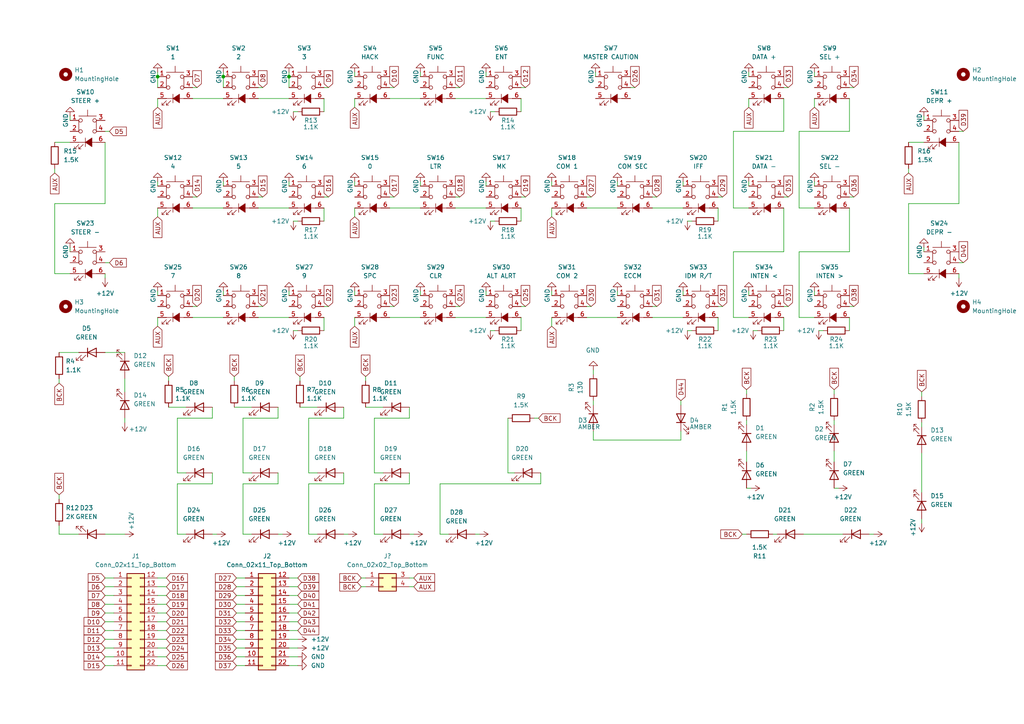
<source format=kicad_sch>
(kicad_sch (version 20211123) (generator eeschema)
  (paper "A4")
  (junction (at 45.72 22.225))
  (junction (at 64.77 22.225))
  (junction (at 83.82 22.225))
  (wire (pts (xy 55.88 25.4) (xy 57.15 25.4)))
  (wire (pts (xy 267.335 151.765) (xy 267.335 150.495)))
  (wire (pts (xy 111.125 154.94) (xy 108.585 154.94)))
  (wire (pts (xy 227.33 25.4) (xy 228.6 25.4)))
  (wire (pts (xy 48.26 187.96) (xy 45.72 187.96)))
  (wire (pts (xy 68.58 180.34) (xy 71.12 180.34)))
  (wire (pts (xy 68.58 185.42) (xy 71.12 185.42)))
  (wire (pts (xy 227.33 73.025) (xy 227.33 60.325)))
  (wire (pts (xy 73.025 154.94) (xy 70.485 154.94)))
  (wire (pts (xy 132.08 92.075) (xy 140.97 92.075)))
  (wire (pts (xy 236.22 60.325) (xy 231.775 60.325)))
  (wire (pts (xy 267.335 131.445) (xy 267.335 142.875)))
  (wire (pts (xy 74.93 92.075) (xy 83.82 92.075)))
  (wire (pts (xy 99.695 140.335) (xy 99.695 137.16)))
  (wire (pts (xy 216.535 130.81) (xy 216.535 133.985)))
  (wire (pts (xy 74.93 57.15) (xy 76.2 57.15)))
  (wire (pts (xy 113.03 57.15) (xy 114.3 57.15)))
  (wire (pts (xy 170.18 60.325) (xy 179.07 60.325)))
  (wire (pts (xy 217.17 84.455) (xy 217.17 85.725)))
  (wire (pts (xy 120.015 170.18) (xy 118.745 170.18)))
  (wire (pts (xy 86.36 177.8) (xy 83.82 177.8)))
  (wire (pts (xy 51.435 121.285) (xy 61.595 121.285)))
  (wire (pts (xy 48.26 175.26) (xy 45.72 175.26)))
  (wire (pts (xy 267.97 33.655) (xy 267.97 34.925)))
  (wire (pts (xy 86.995 109.22) (xy 86.995 110.49)))
  (wire (pts (xy 208.28 92.075) (xy 208.28 95.885)))
  (wire (pts (xy 246.38 57.15) (xy 247.65 57.15)))
  (wire (pts (xy 231.775 38.1) (xy 246.38 38.1)))
  (wire (pts (xy 20.32 71.755) (xy 20.32 73.025)))
  (wire (pts (xy 64.77 22.225) (xy 64.77 25.4)))
  (wire (pts (xy 189.23 92.075) (xy 198.12 92.075)))
  (wire (pts (xy 83.82 84.455) (xy 83.82 85.725)))
  (wire (pts (xy 208.28 60.325) (xy 208.28 64.135)))
  (wire (pts (xy 48.895 118.11) (xy 53.975 118.11)))
  (wire (pts (xy 263.525 79.375) (xy 267.97 79.375)))
  (wire (pts (xy 263.525 59.055) (xy 263.525 79.375)))
  (wire (pts (xy 227.33 92.075) (xy 227.33 95.885)))
  (wire (pts (xy 233.045 154.94) (xy 244.475 154.94)))
  (wire (pts (xy 30.48 190.5) (xy 33.02 190.5)))
  (wire (pts (xy 212.725 92.075) (xy 212.725 73.025)))
  (wire (pts (xy 216.535 113.03) (xy 216.535 114.3)))
  (wire (pts (xy 151.13 92.075) (xy 151.13 95.885)))
  (wire (pts (xy 212.725 60.325) (xy 212.725 38.1)))
  (wire (pts (xy 89.535 140.335) (xy 99.695 140.335)))
  (wire (pts (xy 217.17 92.075) (xy 212.725 92.075)))
  (wire (pts (xy 36.195 102.235) (xy 30.48 102.235)))
  (wire (pts (xy 70.485 121.285) (xy 70.485 137.16)))
  (wire (pts (xy 179.07 84.455) (xy 179.07 85.725)))
  (wire (pts (xy 102.87 84.455) (xy 102.87 85.725)))
  (wire (pts (xy 83.82 22.225) (xy 83.82 25.4)))
  (wire (pts (xy 147.32 121.285) (xy 147.32 137.16)))
  (wire (pts (xy 89.535 121.285) (xy 99.695 121.285)))
  (wire (pts (xy 199.39 95.885) (xy 200.66 95.885)))
  (wire (pts (xy 68.58 193.04) (xy 71.12 193.04)))
  (wire (pts (xy 51.435 140.335) (xy 61.595 140.335)))
  (wire (pts (xy 68.58 190.5) (xy 71.12 190.5)))
  (wire (pts (xy 85.09 95.885) (xy 86.36 95.885)))
  (wire (pts (xy 278.13 76.2) (xy 279.4 76.2)))
  (wire (pts (xy 189.23 88.9) (xy 190.5 88.9)))
  (wire (pts (xy 108.585 154.94) (xy 108.585 140.335)))
  (wire (pts (xy 197.485 125.095) (xy 197.485 127.635)))
  (wire (pts (xy 64.77 52.705) (xy 64.77 53.975)))
  (wire (pts (xy 118.745 140.335) (xy 118.745 137.16)))
  (wire (pts (xy 48.26 182.88) (xy 45.72 182.88)))
  (wire (pts (xy 62.865 154.94) (xy 61.595 154.94)))
  (wire (pts (xy 267.97 71.755) (xy 267.97 73.025)))
  (wire (pts (xy 104.775 167.64) (xy 106.045 167.64)))
  (wire (pts (xy 70.485 154.94) (xy 70.485 140.335)))
  (wire (pts (xy 93.98 60.325) (xy 93.98 64.135)))
  (wire (pts (xy 113.03 28.575) (xy 121.92 28.575)))
  (wire (pts (xy 236.22 28.575) (xy 236.22 31.115)))
  (wire (pts (xy 108.585 121.285) (xy 118.745 121.285)))
  (wire (pts (xy 30.48 154.94) (xy 36.195 154.94)))
  (wire (pts (xy 17.145 102.235) (xy 22.86 102.235)))
  (wire (pts (xy 151.13 60.325) (xy 151.13 64.135)))
  (wire (pts (xy 253.365 154.94) (xy 252.095 154.94)))
  (wire (pts (xy 45.72 28.575) (xy 45.72 31.115)))
  (wire (pts (xy 218.44 95.885) (xy 219.71 95.885)))
  (wire (pts (xy 130.175 154.94) (xy 127.635 154.94)))
  (wire (pts (xy 208.28 88.9) (xy 209.55 88.9)))
  (wire (pts (xy 48.26 177.8) (xy 45.72 177.8)))
  (wire (pts (xy 73.025 137.16) (xy 70.485 137.16)))
  (wire (pts (xy 48.26 170.18) (xy 45.72 170.18)))
  (wire (pts (xy 246.38 38.1) (xy 246.38 28.575)))
  (wire (pts (xy 151.13 88.9) (xy 152.4 88.9)))
  (wire (pts (xy 179.07 52.705) (xy 179.07 53.975)))
  (wire (pts (xy 45.72 92.075) (xy 45.72 94.615)))
  (wire (pts (xy 89.535 121.285) (xy 89.535 137.16)))
  (wire (pts (xy 151.13 28.575) (xy 151.13 32.385)))
  (wire (pts (xy 246.38 73.025) (xy 246.38 60.325)))
  (wire (pts (xy 20.32 33.655) (xy 20.32 34.925)))
  (wire (pts (xy 45.72 52.705) (xy 45.72 53.975)))
  (wire (pts (xy 170.18 57.15) (xy 171.45 57.15)))
  (wire (pts (xy 241.935 130.81) (xy 241.935 133.985)))
  (wire (pts (xy 278.13 41.275) (xy 278.13 59.055)))
  (wire (pts (xy 278.13 80.645) (xy 278.13 79.375)))
  (wire (pts (xy 156.845 140.335) (xy 156.845 137.16)))
  (wire (pts (xy 149.225 137.16) (xy 147.32 137.16)))
  (wire (pts (xy 102.87 60.325) (xy 102.87 62.865)))
  (wire (pts (xy 70.485 140.335) (xy 80.645 140.335)))
  (wire (pts (xy 86.36 180.34) (xy 83.82 180.34)))
  (wire (pts (xy 83.82 52.705) (xy 83.82 53.975)))
  (wire (pts (xy 55.88 92.075) (xy 64.77 92.075)))
  (wire (pts (xy 102.87 92.075) (xy 102.87 94.615)))
  (wire (pts (xy 231.775 73.025) (xy 246.38 73.025)))
  (wire (pts (xy 74.93 88.9) (xy 76.2 88.9)))
  (wire (pts (xy 51.435 154.94) (xy 51.435 140.335)))
  (wire (pts (xy 151.13 57.15) (xy 152.4 57.15)))
  (wire (pts (xy 102.87 20.955) (xy 102.87 22.225)))
  (wire (pts (xy 278.13 38.1) (xy 279.4 38.1)))
  (wire (pts (xy 45.72 20.955) (xy 45.72 22.225)))
  (wire (pts (xy 170.18 92.075) (xy 179.07 92.075)))
  (wire (pts (xy 106.045 109.22) (xy 106.045 110.49)))
  (wire (pts (xy 170.18 88.9) (xy 171.45 88.9)))
  (wire (pts (xy 17.145 111.125) (xy 17.145 109.855)))
  (wire (pts (xy 236.22 84.455) (xy 236.22 85.725)))
  (wire (pts (xy 263.525 50.165) (xy 263.525 48.895)))
  (wire (pts (xy 127.635 154.94) (xy 127.635 140.335)))
  (wire (pts (xy 81.915 154.94) (xy 80.645 154.94)))
  (wire (pts (xy 231.775 60.325) (xy 231.775 38.1)))
  (wire (pts (xy 132.08 60.325) (xy 140.97 60.325)))
  (wire (pts (xy 121.92 84.455) (xy 121.92 85.725)))
  (wire (pts (xy 30.48 172.72) (xy 33.02 172.72)))
  (wire (pts (xy 217.805 141.605) (xy 216.535 141.605)))
  (wire (pts (xy 15.875 41.275) (xy 20.32 41.275)))
  (wire (pts (xy 151.13 25.4) (xy 152.4 25.4)))
  (wire (pts (xy 61.595 121.285) (xy 61.595 118.11)))
  (wire (pts (xy 212.725 38.1) (xy 227.33 38.1)))
  (wire (pts (xy 172.085 107.315) (xy 172.085 108.585)))
  (wire (pts (xy 30.48 59.055) (xy 15.875 59.055)))
  (wire (pts (xy 111.125 137.16) (xy 108.585 137.16)))
  (wire (pts (xy 231.775 92.075) (xy 231.775 73.025)))
  (wire (pts (xy 53.975 137.16) (xy 51.435 137.16)))
  (wire (pts (xy 53.975 154.94) (xy 51.435 154.94)))
  (wire (pts (xy 140.97 20.955) (xy 140.97 22.225)))
  (wire (pts (xy 198.12 52.705) (xy 198.12 53.975)))
  (wire (pts (xy 160.02 60.325) (xy 160.02 62.865)))
  (wire (pts (xy 108.585 121.285) (xy 108.585 137.16)))
  (wire (pts (xy 113.03 92.075) (xy 121.92 92.075)))
  (wire (pts (xy 199.39 64.135) (xy 200.66 64.135)))
  (wire (pts (xy 86.36 187.96) (xy 83.82 187.96)))
  (wire (pts (xy 85.09 64.135) (xy 86.36 64.135)))
  (wire (pts (xy 30.48 175.26) (xy 33.02 175.26)))
  (wire (pts (xy 83.82 20.955) (xy 83.82 22.225)))
  (wire (pts (xy 224.155 154.94) (xy 225.425 154.94)))
  (wire (pts (xy 241.935 121.92) (xy 241.935 123.19)))
  (wire (pts (xy 113.03 60.325) (xy 121.92 60.325)))
  (wire (pts (xy 86.36 172.72) (xy 83.82 172.72)))
  (wire (pts (xy 48.26 193.04) (xy 45.72 193.04)))
  (wire (pts (xy 68.58 182.88) (xy 71.12 182.88)))
  (wire (pts (xy 140.97 52.705) (xy 140.97 53.975)))
  (wire (pts (xy 104.775 170.18) (xy 106.045 170.18)))
  (wire (pts (xy 30.48 167.64) (xy 33.02 167.64)))
  (wire (pts (xy 267.335 113.665) (xy 267.335 114.935)))
  (wire (pts (xy 86.36 193.04) (xy 83.82 193.04)))
  (wire (pts (xy 55.88 60.325) (xy 64.77 60.325)))
  (wire (pts (xy 142.24 32.385) (xy 143.51 32.385)))
  (wire (pts (xy 189.23 60.325) (xy 198.12 60.325)))
  (wire (pts (xy 86.36 182.88) (xy 83.82 182.88)))
  (wire (pts (xy 113.03 88.9) (xy 114.3 88.9)))
  (wire (pts (xy 246.38 25.4) (xy 247.65 25.4)))
  (wire (pts (xy 93.98 25.4) (xy 95.25 25.4)))
  (wire (pts (xy 132.08 88.9) (xy 133.35 88.9)))
  (wire (pts (xy 278.13 59.055) (xy 263.525 59.055)))
  (wire (pts (xy 55.88 28.575) (xy 64.77 28.575)))
  (wire (pts (xy 102.87 52.705) (xy 102.87 53.975)))
  (wire (pts (xy 61.595 140.335) (xy 61.595 137.16)))
  (wire (pts (xy 22.86 154.94) (xy 17.145 154.94)))
  (wire (pts (xy 17.145 143.51) (xy 17.145 144.78)))
  (wire (pts (xy 197.485 116.205) (xy 197.485 117.475)))
  (wire (pts (xy 160.02 52.705) (xy 160.02 53.975)))
  (wire (pts (xy 67.945 109.22) (xy 67.945 110.49)))
  (wire (pts (xy 139.065 154.94) (xy 137.795 154.94)))
  (wire (pts (xy 86.36 167.64) (xy 83.82 167.64)))
  (wire (pts (xy 120.015 167.64) (xy 118.745 167.64)))
  (wire (pts (xy 68.58 167.64) (xy 71.12 167.64)))
  (wire (pts (xy 217.17 60.325) (xy 212.725 60.325)))
  (wire (pts (xy 85.09 32.385) (xy 86.36 32.385)))
  (wire (pts (xy 30.48 187.96) (xy 33.02 187.96)))
  (wire (pts (xy 108.585 140.335) (xy 118.745 140.335)))
  (wire (pts (xy 227.33 88.9) (xy 228.6 88.9)))
  (wire (pts (xy 68.58 177.8) (xy 71.12 177.8)))
  (wire (pts (xy 198.12 84.455) (xy 198.12 85.725)))
  (wire (pts (xy 113.03 25.4) (xy 114.3 25.4)))
  (wire (pts (xy 217.17 52.705) (xy 217.17 53.975)))
  (wire (pts (xy 241.935 113.03) (xy 241.935 114.3)))
  (wire (pts (xy 15.875 79.375) (xy 20.32 79.375)))
  (wire (pts (xy 100.965 154.94) (xy 99.695 154.94)))
  (wire (pts (xy 30.48 182.88) (xy 33.02 182.88)))
  (wire (pts (xy 132.08 57.15) (xy 133.35 57.15)))
  (wire (pts (xy 15.875 59.055) (xy 15.875 79.375)))
  (wire (pts (xy 80.645 121.285) (xy 80.645 118.11)))
  (wire (pts (xy 106.045 118.11) (xy 111.125 118.11)))
  (wire (pts (xy 74.93 60.325) (xy 83.82 60.325)))
  (wire (pts (xy 172.085 116.205) (xy 172.085 117.475)))
  (wire (pts (xy 30.48 170.18) (xy 33.02 170.18)))
  (wire (pts (xy 68.58 172.72) (xy 71.12 172.72)))
  (wire (pts (xy 172.72 20.955) (xy 172.72 22.225)))
  (wire (pts (xy 156.21 121.285) (xy 154.94 121.285)))
  (wire (pts (xy 45.72 22.225) (xy 45.72 25.4)))
  (wire (pts (xy 142.24 64.135) (xy 143.51 64.135)))
  (wire (pts (xy 217.17 20.955) (xy 217.17 22.225)))
  (wire (pts (xy 263.525 41.275) (xy 267.97 41.275)))
  (wire (pts (xy 212.725 73.025) (xy 227.33 73.025)))
  (wire (pts (xy 48.26 190.5) (xy 45.72 190.5)))
  (wire (pts (xy 121.92 52.705) (xy 121.92 53.975)))
  (wire (pts (xy 64.77 84.455) (xy 64.77 85.725)))
  (wire (pts (xy 30.48 80.645) (xy 30.48 79.375)))
  (wire (pts (xy 17.145 154.94) (xy 17.145 152.4)))
  (wire (pts (xy 246.38 92.075) (xy 246.38 95.885)))
  (wire (pts (xy 93.98 28.575) (xy 93.98 32.385)))
  (wire (pts (xy 48.26 180.34) (xy 45.72 180.34)))
  (wire (pts (xy 68.58 187.96) (xy 71.12 187.96)))
  (wire (pts (xy 68.58 170.18) (xy 71.12 170.18)))
  (wire (pts (xy 64.77 20.955) (xy 64.77 22.225)))
  (wire (pts (xy 68.58 175.26) (xy 71.12 175.26)))
  (wire (pts (xy 45.72 84.455) (xy 45.72 85.725)))
  (wire (pts (xy 86.36 175.26) (xy 83.82 175.26)))
  (wire (pts (xy 30.48 177.8) (xy 33.02 177.8)))
  (wire (pts (xy 36.195 109.855) (xy 36.195 113.665)))
  (wire (pts (xy 70.485 121.285) (xy 80.645 121.285)))
  (wire (pts (xy 236.22 20.955) (xy 236.22 22.225)))
  (wire (pts (xy 236.22 52.705) (xy 236.22 53.975)))
  (wire (pts (xy 30.48 180.34) (xy 33.02 180.34)))
  (wire (pts (xy 237.49 95.885) (xy 238.76 95.885)))
  (wire (pts (xy 67.945 118.11) (xy 73.025 118.11)))
  (wire (pts (xy 30.48 38.1) (xy 31.75 38.1)))
  (wire (pts (xy 160.02 92.075) (xy 160.02 94.615)))
  (wire (pts (xy 208.28 57.15) (xy 209.55 57.15)))
  (wire (pts (xy 93.98 57.15) (xy 95.25 57.15)))
  (wire (pts (xy 45.72 60.325) (xy 45.72 62.865)))
  (wire (pts (xy 118.745 121.285) (xy 118.745 118.11)))
  (wire (pts (xy 74.93 28.575) (xy 83.82 28.575)))
  (wire (pts (xy 74.93 25.4) (xy 76.2 25.4)))
  (wire (pts (xy 102.87 28.575) (xy 102.87 31.115)))
  (wire (pts (xy 217.17 28.575) (xy 217.17 31.115)))
  (wire (pts (xy 92.075 137.16) (xy 89.535 137.16)))
  (wire (pts (xy 197.485 127.635) (xy 172.085 127.635)))
  (wire (pts (xy 182.88 25.4) (xy 184.15 25.4)))
  (wire (pts (xy 48.26 172.72) (xy 45.72 172.72)))
  (wire (pts (xy 216.535 121.92) (xy 216.535 123.19)))
  (wire (pts (xy 172.085 127.635) (xy 172.085 125.095)))
  (wire (pts (xy 189.23 57.15) (xy 190.5 57.15)))
  (wire (pts (xy 86.36 190.5) (xy 83.82 190.5)))
  (wire (pts (xy 30.48 76.2) (xy 31.75 76.2)))
  (wire (pts (xy 132.08 25.4) (xy 133.35 25.4)))
  (wire (pts (xy 236.22 92.075) (xy 231.775 92.075)))
  (wire (pts (xy 243.205 141.605) (xy 241.935 141.605)))
  (wire (pts (xy 140.97 84.455) (xy 140.97 85.725)))
  (wire (pts (xy 55.88 88.9) (xy 57.15 88.9)))
  (wire (pts (xy 160.02 84.455) (xy 160.02 85.725)))
  (wire (pts (xy 127.635 140.335) (xy 156.845 140.335)))
  (wire (pts (xy 215.265 154.94) (xy 216.535 154.94)))
  (wire (pts (xy 142.24 95.885) (xy 143.51 95.885)))
  (wire (pts (xy 86.36 170.18) (xy 83.82 170.18)))
  (wire (pts (xy 93.98 88.9) (xy 95.25 88.9)))
  (wire (pts (xy 121.92 20.955) (xy 121.92 22.225)))
  (wire (pts (xy 55.88 57.15) (xy 57.15 57.15)))
  (wire (pts (xy 30.48 41.275) (xy 30.48 59.055)))
  (wire (pts (xy 86.995 118.11) (xy 92.075 118.11)))
  (wire (pts (xy 80.645 140.335) (xy 80.645 137.16)))
  (wire (pts (xy 93.98 92.075) (xy 93.98 95.885)))
  (wire (pts (xy 86.36 185.42) (xy 83.82 185.42)))
  (wire (pts (xy 30.48 193.04) (xy 33.02 193.04)))
  (wire (pts (xy 267.335 122.555) (xy 267.335 123.825)))
  (wire (pts (xy 227.33 38.1) (xy 227.33 28.575)))
  (wire (pts (xy 92.075 154.94) (xy 89.535 154.94)))
  (wire (pts (xy 48.895 109.22) (xy 48.895 110.49)))
  (wire (pts (xy 51.435 121.285) (xy 51.435 137.16)))
  (wire (pts (xy 36.195 122.555) (xy 36.195 121.285)))
  (wire (pts (xy 227.33 57.15) (xy 228.6 57.15)))
  (wire (pts (xy 246.38 88.9) (xy 247.65 88.9)))
  (wire (pts (xy 99.695 121.285) (xy 99.695 118.11)))
  (wire (pts (xy 120.015 154.94) (xy 118.745 154.94)))
  (wire (pts (xy 15.875 50.165) (xy 15.875 48.895)))
  (wire (pts (xy 132.08 28.575) (xy 140.97 28.575)))
  (wire (pts (xy 89.535 154.94) (xy 89.535 140.335)))
  (wire (pts (xy 30.48 185.42) (xy 33.02 185.42)))
  (wire (pts (xy 48.26 185.42) (xy 45.72 185.42)))
  (wire (pts (xy 48.26 167.64) (xy 45.72 167.64)))
  (global_label "D34" (shape input) (at 247.65 25.4 90) (property "Intersheet References" "${INTERSHEET_REFS}" (effects hide)))
  (global_label "D21" (shape input) (at 76.2 88.9 90) (property "Intersheet References" "${INTERSHEET_REFS}" (effects hide)))
  (global_label "D38" (shape input) (at 247.65 88.9 90) (property "Intersheet References" "${INTERSHEET_REFS}" (effects hide)))
  (global_label "BCK" (shape input) (at 216.535 113.03 90) (property "Intersheet References" "${INTERSHEET_REFS}" (effects hide)))
  (global_label "D15" (shape input) (at 30.48 193.04 180) (property "Intersheet References" "${INTERSHEET_REFS}" (effects hide)))
  (global_label "D16" (shape input) (at 48.26 167.64 0) (property "Intersheet References" "${INTERSHEET_REFS}" (effects hide)))
  (global_label "BCK" (shape input) (at 267.335 113.665 90) (property "Intersheet References" "${INTERSHEET_REFS}" (effects hide)))
  (global_label "D17" (shape input) (at 48.26 170.18 0) (property "Intersheet References" "${INTERSHEET_REFS}" (effects hide)))
  (global_label "D18" (shape input) (at 48.26 172.72 0) (property "Intersheet References" "${INTERSHEET_REFS}" (effects hide)))
  (global_label "D5" (shape input) (at 31.75 38.1 0) (property "Intersheet References" "${INTERSHEET_REFS}" (effects hide)))
  (global_label "D14" (shape input) (at 30.48 190.5 180) (property "Intersheet References" "${INTERSHEET_REFS}" (effects hide)))
  (global_label "D35" (shape input) (at 228.6 57.15 90) (property "Intersheet References" "${INTERSHEET_REFS}" (effects hide)))
  (global_label "AUX" (shape input) (at 160.02 94.615 270) (property "Intersheet References" "${INTERSHEET_REFS}" (effects hide)))
  (global_label "D21" (shape input) (at 48.26 180.34 0) (property "Intersheet References" "${INTERSHEET_REFS}" (effects hide)))
  (global_label "D26" (shape input) (at 48.26 193.04 0) (property "Intersheet References" "${INTERSHEET_REFS}" (effects hide)))
  (global_label "D17" (shape input) (at 114.3 57.15 90) (property "Intersheet References" "${INTERSHEET_REFS}" (effects hide)))
  (global_label "D31" (shape input) (at 68.58 177.8 180) (property "Intersheet References" "${INTERSHEET_REFS}" (effects hide)))
  (global_label "D12" (shape input) (at 30.48 185.42 180) (property "Intersheet References" "${INTERSHEET_REFS}" (effects hide)))
  (global_label "AUX" (shape input) (at 45.72 62.865 270) (property "Intersheet References" "${INTERSHEET_REFS}" (effects hide)))
  (global_label "D24" (shape input) (at 48.26 187.96 0) (property "Intersheet References" "${INTERSHEET_REFS}" (effects hide)))
  (global_label "BCK" (shape input) (at 67.945 109.22 90) (property "Intersheet References" "${INTERSHEET_REFS}" (effects hide)))
  (global_label "D9" (shape input) (at 95.25 25.4 90) (property "Intersheet References" "${INTERSHEET_REFS}" (effects hide)))
  (global_label "D30" (shape input) (at 68.58 175.26 180) (property "Intersheet References" "${INTERSHEET_REFS}" (effects hide)))
  (global_label "BCK" (shape input) (at 17.145 143.51 90) (property "Intersheet References" "${INTERSHEET_REFS}" (effects hide)))
  (global_label "BCK" (shape input) (at 106.045 109.22 90) (property "Intersheet References" "${INTERSHEET_REFS}" (effects hide)))
  (global_label "D42" (shape input) (at 86.36 177.8 0) (property "Intersheet References" "${INTERSHEET_REFS}" (effects hide)))
  (global_label "AUX" (shape input) (at 45.72 31.115 270) (property "Intersheet References" "${INTERSHEET_REFS}" (effects hide)))
  (global_label "D10" (shape input) (at 114.3 25.4 90) (property "Intersheet References" "${INTERSHEET_REFS}" (effects hide)))
  (global_label "D6" (shape input) (at 31.75 76.2 0) (property "Intersheet References" "${INTERSHEET_REFS}" (effects hide)))
  (global_label "D24" (shape input) (at 133.35 88.9 90) (property "Intersheet References" "${INTERSHEET_REFS}" (effects hide)))
  (global_label "D25" (shape input) (at 48.26 190.5 0) (property "Intersheet References" "${INTERSHEET_REFS}" (effects hide)))
  (global_label "D8" (shape input) (at 76.2 25.4 90) (property "Intersheet References" "${INTERSHEET_REFS}" (effects hide)))
  (global_label "D14" (shape input) (at 57.15 57.15 90) (property "Intersheet References" "${INTERSHEET_REFS}" (effects hide)))
  (global_label "D19" (shape input) (at 152.4 57.15 90) (property "Intersheet References" "${INTERSHEET_REFS}" (effects hide)))
  (global_label "BCK" (shape input) (at 215.265 154.94 180) (property "Intersheet References" "${INTERSHEET_REFS}" (effects hide)))
  (global_label "D13" (shape input) (at 30.48 187.96 180) (property "Intersheet References" "${INTERSHEET_REFS}" (effects hide)))
  (global_label "D41" (shape input) (at 86.36 175.26 0) (property "Intersheet References" "${INTERSHEET_REFS}" (effects hide)))
  (global_label "AUX" (shape input) (at 120.015 170.18 0) (property "Intersheet References" "${INTERSHEET_REFS}" (effects hide)))
  (global_label "D33" (shape input) (at 68.58 182.88 180) (property "Intersheet References" "${INTERSHEET_REFS}" (effects hide)))
  (global_label "D44" (shape input) (at 86.36 182.88 0) (property "Intersheet References" "${INTERSHEET_REFS}" (effects hide)))
  (global_label "BCK" (shape input) (at 156.21 121.285 0) (property "Intersheet References" "${INTERSHEET_REFS}" (effects hide)))
  (global_label "D36" (shape input) (at 68.58 190.5 180) (property "Intersheet References" "${INTERSHEET_REFS}" (effects hide)))
  (global_label "D34" (shape input) (at 68.58 185.42 180) (property "Intersheet References" "${INTERSHEET_REFS}" (effects hide)))
  (global_label "D28" (shape input) (at 190.5 57.15 90) (property "Intersheet References" "${INTERSHEET_REFS}" (effects hide)))
  (global_label "D27" (shape input) (at 171.45 57.15 90) (property "Intersheet References" "${INTERSHEET_REFS}" (effects hide)))
  (global_label "BCK" (shape input) (at 86.995 109.22 90) (property "Intersheet References" "${INTERSHEET_REFS}" (effects hide)))
  (global_label "AUX" (shape input) (at 236.22 31.115 270) (property "Intersheet References" "${INTERSHEET_REFS}" (effects hide)))
  (global_label "D8" (shape input) (at 30.48 175.26 180) (property "Intersheet References" "${INTERSHEET_REFS}" (effects hide)))
  (global_label "D22" (shape input) (at 95.25 88.9 90) (property "Intersheet References" "${INTERSHEET_REFS}" (effects hide)))
  (global_label "D33" (shape input) (at 228.6 25.4 90) (property "Intersheet References" "${INTERSHEET_REFS}" (effects hide)))
  (global_label "D9" (shape input) (at 30.48 177.8 180) (property "Intersheet References" "${INTERSHEET_REFS}" (effects hide)))
  (global_label "D35" (shape input) (at 68.58 187.96 180) (property "Intersheet References" "${INTERSHEET_REFS}" (effects hide)))
  (global_label "D10" (shape input) (at 30.48 180.34 180) (property "Intersheet References" "${INTERSHEET_REFS}" (effects hide)))
  (global_label "D16" (shape input) (at 95.25 57.15 90) (property "Intersheet References" "${INTERSHEET_REFS}" (effects hide)))
  (global_label "BCK" (shape input) (at 104.775 170.18 180) (property "Intersheet References" "${INTERSHEET_REFS}" (effects hide)))
  (global_label "D40" (shape input) (at 279.4 76.2 90) (property "Intersheet References" "${INTERSHEET_REFS}" (effects hide)))
  (global_label "AUX" (shape input) (at 263.525 50.165 270) (property "Intersheet References" "${INTERSHEET_REFS}" (effects hide)))
  (global_label "D28" (shape input) (at 68.58 170.18 180) (property "Intersheet References" "${INTERSHEET_REFS}" (effects hide)))
  (global_label "D32" (shape input) (at 209.55 88.9 90) (property "Intersheet References" "${INTERSHEET_REFS}" (effects hide)))
  (global_label "AUX" (shape input) (at 45.72 94.615 270) (property "Intersheet References" "${INTERSHEET_REFS}" (effects hide)))
  (global_label "D25" (shape input) (at 152.4 88.9 90) (property "Intersheet References" "${INTERSHEET_REFS}" (effects hide)))
  (global_label "AUX" (shape input) (at 217.17 31.115 270) (property "Intersheet References" "${INTERSHEET_REFS}" (effects hide)))
  (global_label "D23" (shape input) (at 114.3 88.9 90) (property "Intersheet References" "${INTERSHEET_REFS}" (effects hide)))
  (global_label "D27" (shape input) (at 68.58 167.64 180) (property "Intersheet References" "${INTERSHEET_REFS}" (effects hide)))
  (global_label "AUX" (shape input) (at 15.875 50.165 270) (property "Intersheet References" "${INTERSHEET_REFS}" (effects hide)))
  (global_label "D37" (shape input) (at 68.58 193.04 180) (property "Intersheet References" "${INTERSHEET_REFS}" (effects hide)))
  (global_label "D23" (shape input) (at 48.26 185.42 0) (property "Intersheet References" "${INTERSHEET_REFS}" (effects hide)))
  (global_label "D20" (shape input) (at 57.15 88.9 90) (property "Intersheet References" "${INTERSHEET_REFS}" (effects hide)))
  (global_label "D7" (shape input) (at 57.15 25.4 90) (property "Intersheet References" "${INTERSHEET_REFS}" (effects hide)))
  (global_label "BCK" (shape input) (at 48.895 109.22 90) (property "Intersheet References" "${INTERSHEET_REFS}" (effects hide)))
  (global_label "D43" (shape input) (at 86.36 180.34 0) (property "Intersheet References" "${INTERSHEET_REFS}" (effects hide)))
  (global_label "D18" (shape input) (at 133.35 57.15 90) (property "Intersheet References" "${INTERSHEET_REFS}" (effects hide)))
  (global_label "D37" (shape input) (at 228.6 88.9 90) (property "Intersheet References" "${INTERSHEET_REFS}" (effects hide)))
  (global_label "D30" (shape input) (at 171.45 88.9 90) (property "Intersheet References" "${INTERSHEET_REFS}" (effects hide)))
  (global_label "D40" (shape input) (at 86.36 172.72 0) (property "Intersheet References" "${INTERSHEET_REFS}" (effects hide)))
  (global_label "D5" (shape input) (at 30.48 167.64 180) (property "Intersheet References" "${INTERSHEET_REFS}" (effects hide)))
  (global_label "D11" (shape input) (at 30.48 182.88 180) (property "Intersheet References" "${INTERSHEET_REFS}" (effects hide)))
  (global_label "D11" (shape input) (at 133.35 25.4 90) (property "Intersheet References" "${INTERSHEET_REFS}" (effects hide)))
  (global_label "D20" (shape input) (at 48.26 177.8 0) (property "Intersheet References" "${INTERSHEET_REFS}" (effects hide)))
  (global_label "D29" (shape input) (at 209.55 57.15 90) (property "Intersheet References" "${INTERSHEET_REFS}" (effects hide)))
  (global_label "D22" (shape input) (at 48.26 182.88 0) (property "Intersheet References" "${INTERSHEET_REFS}" (effects hide)))
  (global_label "BCK" (shape input) (at 17.145 111.125 270) (property "Intersheet References" "${INTERSHEET_REFS}" (effects hide)))
  (global_label "D29" (shape input) (at 68.58 172.72 180) (property "Intersheet References" "${INTERSHEET_REFS}" (effects hide)))
  (global_label "D39" (shape input) (at 86.36 170.18 0) (property "Intersheet References" "${INTERSHEET_REFS}" (effects hide)))
  (global_label "D44" (shape input) (at 197.485 116.205 90) (property "Intersheet References" "${INTERSHEET_REFS}" (effects hide)))
  (global_label "D6" (shape input) (at 30.48 170.18 180) (property "Intersheet References" "${INTERSHEET_REFS}" (effects hide)))
  (global_label "D19" (shape input) (at 48.26 175.26 0) (property "Intersheet References" "${INTERSHEET_REFS}" (effects hide)))
  (global_label "D15" (shape input) (at 76.2 57.15 90) (property "Intersheet References" "${INTERSHEET_REFS}" (effects hide)))
  (global_label "D36" (shape input) (at 247.65 57.15 90) (property "Intersheet References" "${INTERSHEET_REFS}" (effects hide)))
  (global_label "BCK" (shape input) (at 241.935 113.03 90) (property "Intersheet References" "${INTERSHEET_REFS}" (effects hide)))
  (global_label "BCK" (shape input) (at 104.775 167.64 180) (property "Intersheet References" "${INTERSHEET_REFS}" (effects hide)))
  (global_label "D32" (shape input) (at 68.58 180.34 180) (property "Intersheet References" "${INTERSHEET_REFS}" (effects hide)))
  (global_label "D31" (shape input) (at 190.5 88.9 90) (property "Intersheet References" "${INTERSHEET_REFS}" (effects hide)))
  (global_label "AUX" (shape input) (at 102.87 62.865 270) (property "Intersheet References" "${INTERSHEET_REFS}" (effects hide)))
  (global_label "AUX" (shape input) (at 102.87 94.615 270) (property "Intersheet References" "${INTERSHEET_REFS}" (effects hide)))
  (global_label "AUX" (shape input) (at 160.02 62.865 270) (property "Intersheet References" "${INTERSHEET_REFS}" (effects hide)))
  (global_label "D39" (shape input) (at 279.4 38.1 90) (property "Intersheet References" "${INTERSHEET_REFS}" (effects hide)))
  (global_label "AUX" (shape input) (at 102.87 31.115 270) (property "Intersheet References" "${INTERSHEET_REFS}" (effects hide)))
  (global_label "D12" (shape input) (at 152.4 25.4 90) (property "Intersheet References" "${INTERSHEET_REFS}" (effects hide)))
  (global_label "D38" (shape input) (at 86.36 167.64 0) (property "Intersheet References" "${INTERSHEET_REFS}" (effects hide)))
  (global_label "D7" (shape input) (at 30.48 172.72 180) (property "Intersheet References" "${INTERSHEET_REFS}" (effects hide)))
  (global_label "AUX" (shape input) (at 120.015 167.64 0) (property "Intersheet References" "${INTERSHEET_REFS}" (effects hide)))
  (global_label "D26" (shape input) (at 184.15 25.4 90) (property "Intersheet References" "${INTERSHEET_REFS}" (effects hide)))
  (symbol (lib_id "power:GND") (at 102.87 84.455 180) (unit 1)
    (property "Reference" "#PWR042" (effects hide))
    (property "Value" "GND" (at 101.6 85.725 90))
  )
  (symbol (lib_id "Device:LED") (at 95.885 137.16 0) (unit 1)
    (property "Reference" "D18" (at 94.2975 130.175 0))
    (property "Value" "GREEN" (at 94.2975 132.715 0))
    (property "Footprint" "LED_SMD:LED_1210_3225Metric_Pad1.42x2.65mm_HandSolder" (effects hide))
  )
  (symbol (lib_id "Device:R") (at 216.535 118.11 0) (unit 1)
    (property "Reference" "R1" (at 210.185 118.11 90))
    (property "Value" "1.5K" (at 212.725 118.11 90))
    (property "Footprint" "Resistor_SMD:R_1210_3225Metric_Pad1.30x2.65mm_HandSolder" (effects hide))
  )
  (symbol (lib_id "A10:SW_Push_LED") (at 50.8 57.15 0) (unit 1)
    (property "Reference" "SW12" (at 50.165 45.72 0))
    (property "Value" "4" (at 50.165 48.26 0))
    (property "Footprint" "A10 KiCad Libraries:SW-TH_K6-1212A-04" (effects hide))
  )
  (symbol (lib_id "Device:R") (at 204.47 64.135 270) (unit 1)
    (property "Reference" "R19" (at 204.47 66.675 90))
    (property "Value" "1.1K" (at 204.47 68.58 90))
    (property "Footprint" "Resistor_SMD:R_1210_3225Metric_Pad1.30x2.65mm_HandSolder" (effects hide))
  )
  (symbol (lib_id "power:GND") (at 160.02 84.455 180) (unit 1)
    (property "Reference" "#PWR049" (effects hide))
    (property "Value" "GND" (at 158.75 85.725 90))
  )
  (symbol (lib_id "Device:R") (at 147.32 64.135 270) (unit 1)
    (property "Reference" "R18" (at 147.32 66.675 90))
    (property "Value" "1.1K" (at 147.32 68.58 90))
    (property "Footprint" "Resistor_SMD:R_1210_3225Metric_Pad1.30x2.65mm_HandSolder" (effects hide))
  )
  (symbol (lib_id "power:+12V") (at 120.015 154.94 270) (unit 1)
    (property "Reference" "#PWR046" (effects hide))
    (property "Value" "+12V" (at 121.285 157.48 90))
  )
  (symbol (lib_id "A10:SW_Push_LED") (at 127 88.9 0) (unit 1)
    (property "Reference" "SW29" (at 126.365 77.47 0))
    (property "Value" "CLR" (at 126.365 80.01 0))
    (property "Footprint" "A10 KiCad Libraries:SW-TH_K6-1212A-04" (effects hide))
  )
  (symbol (lib_id "Device:LED") (at 241.935 127 270) (unit 1)
    (property "Reference" "D2" (at 236.22 124.46 90) (effects (justify left)))
    (property "Value" "GREEN" (at 236.22 127 90) (effects (justify left)))
    (property "Footprint" "LED_SMD:LED_1210_3225Metric_Pad1.42x2.65mm_HandSolder" (effects hide))
  )
  (symbol (lib_id "A10:SW_Push_LED") (at 241.3 57.15 0) (unit 1)
    (property "Reference" "SW22" (at 240.665 45.72 0))
    (property "Value" "SEL -" (at 240.665 48.26 0))
    (property "Footprint" "A10 KiCad Libraries:SW-TH_K6-1212A-04" (effects hide))
  )
  (symbol (lib_id "power:GND") (at 179.07 84.455 180) (unit 1)
    (property "Reference" "#PWR050" (effects hide))
    (property "Value" "GND" (at 177.8 85.725 90))
  )
  (symbol (lib_id "Device:LED") (at 76.835 137.16 0) (unit 1)
    (property "Reference" "D17" (at 75.2475 130.175 0))
    (property "Value" "GREEN" (at 75.2475 132.715 0))
    (property "Footprint" "LED_SMD:LED_1210_3225Metric_Pad1.42x2.65mm_HandSolder" (effects hide))
  )
  (symbol (lib_id "A10:SW_Push_LED") (at 184.15 57.15 0) (unit 1)
    (property "Reference" "SW19" (at 183.515 45.72 0))
    (property "Value" "COM SEC" (at 183.515 48.26 0))
    (property "Footprint" "A10 KiCad Libraries:SW-TH_K6-1212A-04" (effects hide))
  )
  (symbol (lib_id "power:GND") (at 83.82 84.455 180) (unit 1)
    (property "Reference" "#PWR041" (effects hide))
    (property "Value" "GND" (at 82.55 85.725 90))
  )
  (symbol (lib_id "A10:SW_Push_LED") (at 107.95 25.4 0) (unit 1)
    (property "Reference" "SW4" (at 107.315 13.97 0))
    (property "Value" "HACK" (at 107.315 16.51 0))
    (property "Footprint" "A10 KiCad Libraries:SW-TH_K6-1212A-04" (effects hide))
  )
  (symbol (lib_id "A10:SW_Push_LED") (at 146.05 25.4 0) (unit 1)
    (property "Reference" "SW6" (at 145.415 13.97 0))
    (property "Value" "ENT" (at 145.415 16.51 0))
    (property "Footprint" "A10 KiCad Libraries:SW-TH_K6-1212A-04" (effects hide))
  )
  (symbol (lib_id "power:+12V") (at 217.805 141.605 270) (unit 1)
    (property "Reference" "#PWR011" (effects hide))
    (property "Value" "+12V" (at 219.075 144.145 90))
  )
  (symbol (lib_id "Device:LED") (at 57.785 118.11 0) (unit 1)
    (property "Reference" "D8" (at 56.1975 111.125 0))
    (property "Value" "GREEN" (at 56.1975 113.665 0))
    (property "Footprint" "LED_SMD:LED_1210_3225Metric_Pad1.42x2.65mm_HandSolder" (effects hide))
  )
  (symbol (lib_id "power:GND") (at 64.77 84.455 180) (unit 1)
    (property "Reference" "#PWR040" (effects hide))
    (property "Value" "GND" (at 63.5 85.725 90))
  )
  (symbol (lib_id "A10:SW_Push_LED") (at 146.05 88.9 0) (unit 1)
    (property "Reference" "SW30" (at 145.415 77.47 0))
    (property "Value" "ALT ALRT" (at 145.415 80.01 0))
    (property "Footprint" "A10 KiCad Libraries:SW-TH_K6-1212A-04" (effects hide))
  )
  (symbol (lib_id "Device:LED") (at 76.835 118.11 0) (unit 1)
    (property "Reference" "D9" (at 75.2475 111.125 0))
    (property "Value" "GREEN" (at 75.2475 113.665 0))
    (property "Footprint" "LED_SMD:LED_1210_3225Metric_Pad1.42x2.65mm_HandSolder" (effects hide))
  )
  (symbol (lib_id "power:GND") (at 217.17 20.955 180) (unit 1)
    (property "Reference" "#PWR09" (effects hide))
    (property "Value" "GND" (at 215.9 22.225 90))
  )
  (symbol (lib_id "Device:LED") (at 95.885 118.11 0) (unit 1)
    (property "Reference" "D10" (at 94.2975 111.125 0))
    (property "Value" "GREEN" (at 94.2975 113.665 0))
    (property "Footprint" "LED_SMD:LED_1210_3225Metric_Pad1.42x2.65mm_HandSolder" (effects hide))
  )
  (symbol (lib_id "power:+12V") (at 62.865 154.94 270) (unit 1)
    (property "Reference" "#PWR043" (effects hide))
    (property "Value" "+12V" (at 64.135 157.48 90))
  )
  (symbol (lib_id "Mechanical:MountingHole") (at 279.4 88.9 0) (unit 1)
    (property "Reference" "H4" (at 281.94 87.6299 0) (effects (justify left)))
    (property "Value" "MountingHole" (at 281.94 90.1699 0) (effects (justify left)))
    (property "Footprint" "MountingHole:MountingHole_4mm" (effects hide))
  )
  (symbol (lib_id "power:GND") (at 140.97 20.955 180) (unit 1)
    (property "Reference" "#PWR07" (effects hide))
    (property "Value" "GND" (at 139.7 22.225 90))
  )
  (symbol (lib_id "Connector_Generic:Conn_02x02_Top_Bottom") (at 111.125 167.64 0) (unit 1)
    (property "Reference" "J?" (at 112.395 161.29 0))
    (property "Value" "Conn_02x02_Top_Bottom" (at 112.395 163.83 0))
    (property "Footprint" "Connector_PinHeader_2.54mm:PinHeader_2x02_P2.54mm_Vertical" (effects hide))
  )
  (symbol (lib_id "Device:R") (at 147.32 32.385 270) (unit 1)
    (property "Reference" "R14" (at 147.32 34.925 90))
    (property "Value" "1.1K" (at 147.32 36.83 90))
    (property "Footprint" "Resistor_SMD:R_1210_3225Metric_Pad1.30x2.65mm_HandSolder" (effects hide))
  )
  (symbol (lib_id "power:GND") (at 121.92 52.705 180) (unit 1)
    (property "Reference" "#PWR021" (effects hide))
    (property "Value" "GND" (at 120.65 53.975 90))
  )
  (symbol (lib_id "power:GND") (at 198.12 52.705 180) (unit 1)
    (property "Reference" "#PWR025" (effects hide))
    (property "Value" "GND" (at 196.85 53.975 90))
  )
  (symbol (lib_id "A10:SW_Push_LED") (at 50.8 25.4 0) (unit 1)
    (property "Reference" "SW1" (at 50.165 13.97 0))
    (property "Value" "1" (at 50.165 16.51 0))
    (property "Footprint" "A10 KiCad Libraries:SW-TH_K6-1212A-04" (effects hide))
  )
  (symbol (lib_id "power:+12V") (at 139.065 154.94 270) (unit 1)
    (property "Reference" "#PWR059" (effects hide))
    (property "Value" "+12V" (at 140.335 157.48 90))
  )
  (symbol (lib_id "power:GND") (at 64.77 20.955 180) (unit 1)
    (property "Reference" "#PWR03" (effects hide))
    (property "Value" "GND" (at 63.5 22.225 90))
  )
  (symbol (lib_id "power:GND") (at 20.32 33.655 180) (unit 1)
    (property "Reference" "#PWR013" (effects hide))
    (property "Value" "GND" (at 19.05 34.925 90))
  )
  (symbol (lib_id "Device:LED") (at 114.935 118.11 0) (unit 1)
    (property "Reference" "D11" (at 113.3475 111.125 0))
    (property "Value" "GREEN" (at 113.3475 113.665 0))
    (property "Footprint" "LED_SMD:LED_1210_3225Metric_Pad1.42x2.65mm_HandSolder" (effects hide))
  )
  (symbol (lib_id "Device:LED") (at 36.195 106.045 270) (unit 1)
    (property "Reference" "D12" (at 38.735 103.1874 90) (effects (justify left)))
    (property "Value" "GREEN" (at 38.735 105.7274 90) (effects (justify left)))
    (property "Footprint" "LED_SMD:LED_1210_3225Metric_Pad1.42x2.65mm_HandSolder" (effects hide))
  )
  (symbol (lib_id "power:+12V") (at 100.965 154.94 270) (unit 1)
    (property "Reference" "#PWR045" (effects hide))
    (property "Value" "+12V" (at 102.235 157.48 90))
  )
  (symbol (lib_id "A10:SW_Push_LED") (at 241.3 25.4 0) (unit 1)
    (property "Reference" "SW9" (at 240.665 13.97 0))
    (property "Value" "SEL +" (at 240.665 16.51 0))
    (property "Footprint" "A10 KiCad Libraries:SW-TH_K6-1212A-04" (effects hide))
  )
  (symbol (lib_id "A10:SW_Push_LED") (at 203.2 88.9 0) (unit 1)
    (property "Reference" "SW33" (at 202.565 77.47 0))
    (property "Value" "IDM R/T" (at 202.565 80.01 0))
    (property "Footprint" "A10 KiCad Libraries:SW-TH_K6-1212A-04" (effects hide))
  )
  (symbol (lib_id "Device:R") (at 90.17 64.135 270) (unit 1)
    (property "Reference" "R17" (at 90.17 66.675 90))
    (property "Value" "1.1K" (at 90.17 68.58 90))
    (property "Footprint" "Resistor_SMD:R_1210_3225Metric_Pad1.30x2.65mm_HandSolder" (effects hide))
  )
  (symbol (lib_id "power:+12V") (at 142.24 95.885 180) (unit 1)
    (property "Reference" "#PWR055" (effects hide))
    (property "Value" "+12V" (at 138.43 95.885 0))
  )
  (symbol (lib_id "power:+12V") (at 81.915 154.94 270) (unit 1)
    (property "Reference" "#PWR044" (effects hide))
    (property "Value" "+12V" (at 83.185 157.48 90))
  )
  (symbol (lib_id "A10:SW_Push_LED") (at 165.1 88.9 0) (unit 1)
    (property "Reference" "SW31" (at 164.465 77.47 0))
    (property "Value" "COM 2" (at 164.465 80.01 0))
    (property "Footprint" "A10 KiCad Libraries:SW-TH_K6-1212A-04" (effects hide))
  )
  (symbol (lib_id "A10:SW_Push_LED") (at 222.25 88.9 0) (unit 1)
    (property "Reference" "SW34" (at 221.615 77.47 0))
    (property "Value" "INTEN <" (at 221.615 80.01 0))
    (property "Footprint" "A10 KiCad Libraries:SW-TH_K6-1212A-04" (effects hide))
  )
  (symbol (lib_id "power:GND") (at 102.87 20.955 180) (unit 1)
    (property "Reference" "#PWR05" (effects hide))
    (property "Value" "GND" (at 101.6 22.225 90))
  )
  (symbol (lib_id "A10:SW_Push_LED") (at 165.1 57.15 0) (unit 1)
    (property "Reference" "SW18" (at 164.465 45.72 0))
    (property "Value" "COM 1" (at 164.465 48.26 0))
    (property "Footprint" "A10 KiCad Libraries:SW-TH_K6-1212A-04" (effects hide))
  )
  (symbol (lib_id "Device:LED") (at 133.985 154.94 0) (unit 1)
    (property "Reference" "D28" (at 132.3975 148.59 0))
    (property "Value" "GREEN" (at 132.3975 151.13 0))
    (property "Footprint" "LED_SMD:LED_1210_3225Metric_Pad1.42x2.65mm_HandSolder" (effects hide))
  )
  (symbol (lib_id "Connector_Generic:Conn_02x11_Top_Bottom") (at 38.1 180.34 0) (unit 1)
    (property "Reference" "J1" (at 39.37 161.29 0))
    (property "Value" "Conn_02x11_Top_Bottom" (at 39.37 163.83 0))
    (property "Footprint" "Connector_PinHeader_2.54mm:PinHeader_2x11_P2.54mm_Vertical" (effects hide))
  )
  (symbol (lib_id "Device:R") (at 241.935 118.11 0) (unit 1)
    (property "Reference" "R2" (at 235.585 118.11 90))
    (property "Value" "1.5K" (at 238.125 118.11 90))
    (property "Footprint" "Resistor_SMD:R_1210_3225Metric_Pad1.30x2.65mm_HandSolder" (effects hide))
  )
  (symbol (lib_id "power:+12V") (at 142.24 64.135 180) (unit 1)
    (property "Reference" "#PWR033" (effects hide))
    (property "Value" "+12V" (at 138.43 64.135 0))
  )
  (symbol (lib_id "A10:SW_Push_LED") (at 222.25 57.15 0) (unit 1)
    (property "Reference" "SW21" (at 221.615 45.72 0))
    (property "Value" "DATA -" (at 221.615 48.26 0))
    (property "Footprint" "A10 KiCad Libraries:SW-TH_K6-1212A-04" (effects hide))
  )
  (symbol (lib_id "power:GND") (at 86.36 193.04 90) (unit 1)
    (property "Reference" "#PWR0101" (effects hide))
    (property "Value" "GND" (at 90.17 193.0399 90) (effects (justify right)))
  )
  (symbol (lib_id "A10:SW_Push_LED") (at 88.9 88.9 0) (unit 1)
    (property "Reference" "SW27" (at 88.265 77.47 0))
    (property "Value" "9" (at 88.265 80.01 0))
    (property "Footprint" "A10 KiCad Libraries:SW-TH_K6-1212A-04" (effects hide))
  )
  (symbol (lib_id "power:+12V") (at 85.09 32.385 180) (unit 1)
    (property "Reference" "#PWR014" (effects hide))
    (property "Value" "+12V" (at 81.28 32.385 0))
  )
  (symbol (lib_id "A10:SW_Push_LED") (at 69.85 25.4 0) (unit 1)
    (property "Reference" "SW2" (at 69.215 13.97 0))
    (property "Value" "2" (at 69.215 16.51 0))
    (property "Footprint" "A10 KiCad Libraries:SW-TH_K6-1212A-04" (effects hide))
  )
  (symbol (lib_id "power:GND") (at 217.17 52.705 180) (unit 1)
    (property "Reference" "#PWR029" (effects hide))
    (property "Value" "GND" (at 215.9 53.975 90))
  )
  (symbol (lib_id "power:GND") (at 267.97 71.755 180) (unit 1)
    (property "Reference" "#PWR036" (effects hide))
    (property "Value" "GND" (at 266.7 73.025 90))
  )
  (symbol (lib_id "power:+12V") (at 86.36 185.42 270) (unit 1)
    (property "Reference" "#PWR0102" (effects hide))
    (property "Value" "+12V" (at 90.17 185.4199 90) (effects (justify left)))
  )
  (symbol (lib_id "power:GND") (at 198.12 84.455 180) (unit 1)
    (property "Reference" "#PWR051" (effects hide))
    (property "Value" "GND" (at 196.85 85.725 90))
  )
  (symbol (lib_id "A10:SW_Push_LED") (at 184.15 88.9 0) (unit 1)
    (property "Reference" "SW32" (at 183.515 77.47 0))
    (property "Value" "ECCM" (at 183.515 80.01 0))
    (property "Footprint" "A10 KiCad Libraries:SW-TH_K6-1212A-04" (effects hide))
  )
  (symbol (lib_id "Device:LED") (at 95.885 154.94 0) (unit 1)
    (property "Reference" "D26" (at 94.2975 147.955 0))
    (property "Value" "GREEN" (at 94.2975 150.495 0))
    (property "Footprint" "LED_SMD:LED_1210_3225Metric_Pad1.42x2.65mm_HandSolder" (effects hide))
  )
  (symbol (lib_id "power:+12V") (at 253.365 154.94 270) (unit 1)
    (property "Reference" "#PWR028" (effects hide))
    (property "Value" "+12V" (at 254.635 157.48 90))
  )
  (symbol (lib_id "power:GND") (at 64.77 52.705 180) (unit 1)
    (property "Reference" "#PWR018" (effects hide))
    (property "Value" "GND" (at 63.5 53.975 90))
  )
  (symbol (lib_id "power:GND") (at 121.92 84.455 180) (unit 1)
    (property "Reference" "#PWR047" (effects hide))
    (property "Value" "GND" (at 120.65 85.725 90))
  )
  (symbol (lib_id "power:+12V") (at 218.44 95.885 180) (unit 1)
    (property "Reference" "#PWR057" (effects hide))
    (property "Value" "+12V" (at 214.63 95.885 0))
  )
  (symbol (lib_id "Device:R") (at 90.17 32.385 270) (unit 1)
    (property "Reference" "R13" (at 90.17 34.925 90))
    (property "Value" "1.1K" (at 90.17 36.83 90))
    (property "Footprint" "Resistor_SMD:R_1210_3225Metric_Pad1.30x2.65mm_HandSolder" (effects hide))
  )
  (symbol (lib_id "Device:LED") (at 241.935 137.795 270) (unit 1)
    (property "Reference" "D7" (at 244.475 134.62 90) (effects (justify left)))
    (property "Value" "GREEN" (at 244.475 137.16 90) (effects (justify left)))
    (property "Footprint" "LED_SMD:LED_1210_3225Metric_Pad1.42x2.65mm_HandSolder" (effects hide))
  )
  (symbol (lib_id "power:GND") (at 45.72 84.455 180) (unit 1)
    (property "Reference" "#PWR039" (effects hide))
    (property "Value" "GND" (at 44.45 85.725 90))
  )
  (symbol (lib_id "power:GND") (at 172.085 107.315 180) (unit 1)
    (property "Reference" "#PWR01" (effects hide))
    (property "Value" "GND" (at 173.99 101.6 0) (effects (justify left)))
  )
  (symbol (lib_id "A10:SW_Push_LED") (at 177.8 25.4 0) (unit 1)
    (property "Reference" "SW7" (at 177.165 13.97 0))
    (property "Value" "MASTER CAUTION" (at 177.165 16.51 0))
    (property "Footprint" "A10 KiCad Libraries:SW-TH_K6-1212A-04" (effects hide))
  )
  (symbol (lib_id "power:GND") (at 236.22 52.705 180) (unit 1)
    (property "Reference" "#PWR030" (effects hide))
    (property "Value" "GND" (at 234.95 53.975 90))
  )
  (symbol (lib_id "Connector_Generic:Conn_02x11_Top_Bottom") (at 76.2 180.34 0) (unit 1)
    (property "Reference" "J2" (at 77.47 161.29 0))
    (property "Value" "Conn_02x11_Top_Bottom" (at 77.47 163.83 0))
    (property "Footprint" "Connector_PinHeader_2.54mm:PinHeader_2x11_P2.54mm_Vertical" (effects hide))
  )
  (symbol (lib_id "Device:R") (at 147.32 95.885 270) (unit 1)
    (property "Reference" "R21" (at 147.32 98.425 90))
    (property "Value" "1.1K" (at 147.32 100.33 90))
    (property "Footprint" "Resistor_SMD:R_1210_3225Metric_Pad1.30x2.65mm_HandSolder" (effects hide))
  )
  (symbol (lib_id "Mechanical:MountingHole") (at 19.05 21.59 0) (unit 1)
    (property "Reference" "H1" (at 21.59 20.3199 0) (effects (justify left)))
    (property "Value" "MountingHole" (at 21.59 22.8599 0) (effects (justify left)))
    (property "Footprint" "MountingHole:MountingHole_4mm" (effects hide))
  )
  (symbol (lib_id "A10:SW_Push_LED") (at 107.95 88.9 0) (unit 1)
    (property "Reference" "SW28" (at 107.315 77.47 0))
    (property "Value" "SPC" (at 107.315 80.01 0))
    (property "Footprint" "A10 KiCad Libraries:SW-TH_K6-1212A-04" (effects hide))
  )
  (symbol (lib_id "A10:SW_Push_LED") (at 127 25.4 0) (unit 1)
    (property "Reference" "SW5" (at 126.365 13.97 0))
    (property "Value" "FUNC" (at 126.365 16.51 0))
    (property "Footprint" "A10 KiCad Libraries:SW-TH_K6-1212A-04" (effects hide))
  )
  (symbol (lib_id "Mechanical:MountingHole") (at 279.4 21.59 0) (unit 1)
    (property "Reference" "H2" (at 281.94 20.3199 0) (effects (justify left)))
    (property "Value" "MountingHole" (at 281.94 22.8599 0) (effects (justify left)))
    (property "Footprint" "MountingHole:MountingHole_4mm" (effects hide))
  )
  (symbol (lib_id "power:GND") (at 45.72 20.955 180) (unit 1)
    (property "Reference" "#PWR02" (effects hide))
    (property "Value" "GND" (at 44.45 22.225 90))
  )
  (symbol (lib_id "Device:LED") (at 267.335 127.635 270) (unit 1)
    (property "Reference" "D13" (at 269.875 124.7774 90) (effects (justify left)))
    (property "Value" "GREEN" (at 269.875 127.3174 90) (effects (justify left)))
    (property "Footprint" "LED_SMD:LED_1210_3225Metric_Pad1.42x2.65mm_HandSolder" (effects hide))
  )
  (symbol (lib_id "Device:LED") (at 153.035 137.16 0) (unit 1)
    (property "Reference" "D20" (at 151.4475 130.175 0))
    (property "Value" "GREEN" (at 151.4475 132.715 0))
    (property "Footprint" "LED_SMD:LED_1210_3225Metric_Pad1.42x2.65mm_HandSolder" (effects hide))
  )
  (symbol (lib_id "Mechanical:MountingHole") (at 19.05 88.9 0) (unit 1)
    (property "Reference" "H3" (at 21.59 87.6299 0) (effects (justify left)))
    (property "Value" "MountingHole" (at 21.59 90.1699 0) (effects (justify left)))
    (property "Footprint" "MountingHole:MountingHole_4mm" (effects hide))
  )
  (symbol (lib_id "Device:R") (at 86.995 114.3 0) (unit 1)
    (property "Reference" "R7" (at 88.9 113.0299 0) (effects (justify left)))
    (property "Value" "1.1K" (at 88.9 115.5699 0) (effects (justify left)))
    (property "Footprint" "Resistor_SMD:R_1210_3225Metric_Pad1.30x2.65mm_HandSolder" (effects hide))
  )
  (symbol (lib_id "power:+12V") (at 199.39 95.885 180) (unit 1)
    (property "Reference" "#PWR056" (effects hide))
    (property "Value" "+12V" (at 195.58 95.885 0))
  )
  (symbol (lib_id "A10:SW_Push_LED") (at 273.05 38.1 0) (unit 1)
    (property "Reference" "SW11" (at 272.415 26.67 0))
    (property "Value" "DEPR +" (at 272.415 29.21 0))
    (property "Footprint" "A10 KiCad Libraries:SW-TH_K6-1212A-04" (effects hide))
  )
  (symbol (lib_id "power:GND") (at 86.36 190.5 90) (unit 1)
    (property "Reference" "#PWR0104" (effects hide))
    (property "Value" "GND" (at 90.17 190.4999 90) (effects (justify right)))
  )
  (symbol (lib_id "Device:LED") (at 267.335 146.685 270) (unit 1)
    (property "Reference" "D15" (at 269.875 143.8274 90) (effects (justify left)))
    (property "Value" "GREEN" (at 269.875 146.3674 90) (effects (justify left)))
    (property "Footprint" "LED_SMD:LED_1210_3225Metric_Pad1.42x2.65mm_HandSolder" (effects hide))
  )
  (symbol (lib_id "power:+12V") (at 85.09 64.135 180) (unit 1)
    (property "Reference" "#PWR032" (effects hide))
    (property "Value" "+12V" (at 81.28 64.135 0))
  )
  (symbol (lib_id "Device:LED") (at 26.67 102.235 0) (unit 1)
    (property "Reference" "D5" (at 25.0825 95.25 0))
    (property "Value" "GREEN" (at 25.0825 97.79 0))
    (property "Footprint" "LED_SMD:LED_1210_3225Metric_Pad1.42x2.65mm_HandSolder" (effects hide))
  )
  (symbol (lib_id "Device:LED") (at 26.67 154.94 0) (mirror x) (unit 1)
    (property "Reference" "D23" (at 25.0825 147.32 0))
    (property "Value" "GREEN" (at 25.0825 149.86 0))
    (property "Footprint" "LED_SMD:LED_1210_3225Metric_Pad1.42x2.65mm_HandSolder" (effects hide))
  )
  (symbol (lib_id "power:GND") (at 102.87 52.705 180) (unit 1)
    (property "Reference" "#PWR020" (effects hide))
    (property "Value" "GND" (at 101.6 53.975 90))
  )
  (symbol (lib_id "Device:R") (at 263.525 45.085 0) (unit 1)
    (property "Reference" "R16" (at 266.065 43.8149 0) (effects (justify left)))
    (property "Value" "1.5K" (at 266.065 46.3549 0) (effects (justify left)))
    (property "Footprint" "Resistor_SMD:R_1210_3225Metric_Pad1.30x2.65mm_HandSolder" (effects hide))
  )
  (symbol (lib_id "A10:SW_Push_LED") (at 241.3 88.9 0) (unit 1)
    (property "Reference" "SW35" (at 240.665 77.47 0))
    (property "Value" "INTEN >" (at 240.665 80.01 0))
    (property "Footprint" "A10 KiCad Libraries:SW-TH_K6-1212A-04" (effects hide))
  )
  (symbol (lib_id "Device:LED") (at 114.935 137.16 0) (unit 1)
    (property "Reference" "D19" (at 113.3475 130.175 0))
    (property "Value" "GREEN" (at 113.3475 132.715 0))
    (property "Footprint" "LED_SMD:LED_1210_3225Metric_Pad1.42x2.65mm_HandSolder" (effects hide))
  )
  (symbol (lib_id "Device:R") (at 151.13 121.285 270) (unit 1)
    (property "Reference" "R9" (at 151.13 114.935 90))
    (property "Value" "1.5K" (at 151.13 117.475 90))
    (property "Footprint" "Resistor_SMD:R_1210_3225Metric_Pad1.30x2.65mm_HandSolder" (effects hide))
  )
  (symbol (lib_id "Device:R") (at 242.57 95.885 270) (unit 1)
    (property "Reference" "R24" (at 242.57 98.425 90))
    (property "Value" "1.1K" (at 242.57 100.33 90))
    (property "Footprint" "Resistor_SMD:R_1210_3225Metric_Pad1.30x2.65mm_HandSolder" (effects hide))
  )
  (symbol (lib_id "power:+12V") (at 86.36 187.96 270) (unit 1)
    (property "Reference" "#PWR0103" (effects hide))
    (property "Value" "+12V" (at 90.17 187.9599 90) (effects (justify left)))
  )
  (symbol (lib_id "power:+12V") (at 278.13 80.645 180) (unit 1)
    (property "Reference" "#PWR038" (effects hide))
    (property "Value" "+12V" (at 278.13 85.09 0))
  )
  (symbol (lib_id "Device:R") (at 48.895 114.3 0) (unit 1)
    (property "Reference" "R5" (at 50.8 113.0299 0) (effects (justify left)))
    (property "Value" "1.1K" (at 50.8 115.5699 0) (effects (justify left)))
    (property "Footprint" "Resistor_SMD:R_1210_3225Metric_Pad1.30x2.65mm_HandSolder" (effects hide))
  )
  (symbol (lib_id "power:GND") (at 140.97 84.455 180) (unit 1)
    (property "Reference" "#PWR048" (effects hide))
    (property "Value" "GND" (at 139.7 85.725 90))
  )
  (symbol (lib_id "Device:R") (at 90.17 95.885 270) (unit 1)
    (property "Reference" "R20" (at 90.17 98.425 90))
    (property "Value" "1.1K" (at 90.17 100.33 90))
    (property "Footprint" "Resistor_SMD:R_1210_3225Metric_Pad1.30x2.65mm_HandSolder" (effects hide))
  )
  (symbol (lib_id "A10:SW_Push_LED") (at 69.85 88.9 0) (unit 1)
    (property "Reference" "SW26" (at 69.215 77.47 0))
    (property "Value" "8" (at 69.215 80.01 0))
    (property "Footprint" "A10 KiCad Libraries:SW-TH_K6-1212A-04" (effects hide))
  )
  (symbol (lib_id "Device:LED") (at 229.235 154.94 0) (unit 1)
    (property "Reference" "D21" (at 227.6475 147.955 0))
    (property "Value" "GREEN" (at 227.6475 150.495 0))
    (property "Footprint" "LED_SMD:LED_1210_3225Metric_Pad1.42x2.65mm_HandSolder" (effects hide))
  )
  (symbol (lib_id "Device:R") (at 15.875 45.085 0) (unit 1)
    (property "Reference" "R15" (at 18.415 43.8149 0) (effects (justify left)))
    (property "Value" "1.5K" (at 18.415 46.3549 0) (effects (justify left)))
    (property "Footprint" "Resistor_SMD:R_1210_3225Metric_Pad1.30x2.65mm_HandSolder" (effects hide))
  )
  (symbol (lib_id "Device:R") (at 220.345 154.94 90) (unit 1)
    (property "Reference" "R11" (at 220.345 161.29 90))
    (property "Value" "1.5K" (at 220.345 158.75 90))
    (property "Footprint" "Resistor_SMD:R_1210_3225Metric_Pad1.30x2.65mm_HandSolder" (effects hide))
  )
  (symbol (lib_id "power:GND") (at 83.82 52.705 180) (unit 1)
    (property "Reference" "#PWR019" (effects hide))
    (property "Value" "GND" (at 82.55 53.975 90))
  )
  (symbol (lib_id "power:GND") (at 217.17 84.455 180) (unit 1)
    (property "Reference" "#PWR052" (effects hide))
    (property "Value" "GND" (at 215.9 85.725 90))
  )
  (symbol (lib_id "Device:LED") (at 36.195 117.475 270) (unit 1)
    (property "Reference" "D14" (at 38.735 114.6174 90) (effects (justify left)))
    (property "Value" "GREEN" (at 38.735 117.1574 90) (effects (justify left)))
    (property "Footprint" "LED_SMD:LED_1210_3225Metric_Pad1.42x2.65mm_HandSolder" (effects hide))
  )
  (symbol (lib_id "Device:LED") (at 216.535 127 270) (unit 1)
    (property "Reference" "D1" (at 219.075 124.1424 90) (effects (justify left)))
    (property "Value" "GREEN" (at 219.075 126.6824 90) (effects (justify left)))
    (property "Footprint" "LED_SMD:LED_1210_3225Metric_Pad1.42x2.65mm_HandSolder" (effects hide))
  )
  (symbol (lib_id "power:GND") (at 121.92 20.955 180) (unit 1)
    (property "Reference" "#PWR06" (effects hide))
    (property "Value" "GND" (at 120.65 22.225 90))
  )
  (symbol (lib_id "Device:R") (at 267.335 118.745 0) (unit 1)
    (property "Reference" "R10" (at 260.985 118.745 90))
    (property "Value" "1.5K" (at 263.525 118.745 90))
    (property "Footprint" "Resistor_SMD:R_1210_3225Metric_Pad1.30x2.65mm_HandSolder" (effects hide))
  )
  (symbol (lib_id "Device:LED") (at 248.285 154.94 0) (unit 1)
    (property "Reference" "D22" (at 246.6975 147.955 0))
    (property "Value" "GREEN" (at 246.6975 150.495 0))
    (property "Footprint" "LED_SMD:LED_1210_3225Metric_Pad1.42x2.65mm_HandSolder" (effects hide))
  )
  (symbol (lib_id "A10:SW_Push_LED") (at 203.2 57.15 0) (unit 1)
    (property "Reference" "SW20" (at 202.565 45.72 0))
    (property "Value" "IFF" (at 202.565 48.26 0))
    (property "Footprint" "A10 KiCad Libraries:SW-TH_K6-1212A-04" (effects hide))
  )
  (symbol (lib_id "power:+12V") (at 36.195 154.94 270) (unit 1)
    (property "Reference" "#PWR031" (effects hide))
    (property "Value" "+12V" (at 38.1 151.13 0))
  )
  (symbol (lib_id "power:GND") (at 160.02 52.705 180) (unit 1)
    (property "Reference" "#PWR023" (effects hide))
    (property "Value" "GND" (at 158.75 53.975 90))
  )
  (symbol (lib_id "Device:R") (at 17.145 106.045 0) (unit 1)
    (property "Reference" "R4" (at 19.05 104.7749 0) (effects (justify left)))
    (property "Value" "1.1K" (at 19.05 107.3149 0) (effects (justify left)))
    (property "Footprint" "Resistor_SMD:R_1210_3225Metric_Pad1.30x2.65mm_HandSolder" (effects hide))
  )
  (symbol (lib_id "A10:SW_Push_LED") (at 25.4 38.1 0) (unit 1)
    (property "Reference" "SW10" (at 24.765 26.67 0))
    (property "Value" "STEER +" (at 24.765 29.21 0))
    (property "Footprint" "A10 KiCad Libraries:SW-TH_K6-1212A-04" (effects hide))
  )
  (symbol (lib_id "power:+12V") (at 237.49 95.885 180) (unit 1)
    (property "Reference" "#PWR058" (effects hide))
    (property "Value" "+12V" (at 233.68 95.885 0))
  )
  (symbol (lib_id "Device:R") (at 223.52 95.885 270) (unit 1)
    (property "Reference" "R23" (at 223.52 98.425 90))
    (property "Value" "1.1K" (at 223.52 100.33 90))
    (property "Footprint" "Resistor_SMD:R_1210_3225Metric_Pad1.30x2.65mm_HandSolder" (effects hide))
  )
  (symbol (lib_id "Device:R") (at 172.085 112.395 0) (unit 1)
    (property "Reference" "R3" (at 165.735 112.395 90))
    (property "Value" "130" (at 168.275 112.395 90))
    (property "Footprint" "Resistor_SMD:R_1210_3225Metric_Pad1.30x2.65mm_HandSolder" (effects hide))
  )
  (symbol (lib_id "A10:SW_Push_LED") (at 88.9 57.15 0) (unit 1)
    (property "Reference" "SW14" (at 88.265 45.72 0))
    (property "Value" "6" (at 88.265 48.26 0))
    (property "Footprint" "A10 KiCad Libraries:SW-TH_K6-1212A-04" (effects hide))
  )
  (symbol (lib_id "power:+12V") (at 267.335 151.765 180) (unit 1)
    (property "Reference" "#PWR027" (effects hide))
    (property "Value" "+12V" (at 264.795 153.035 90))
  )
  (symbol (lib_id "A10:SW_Push_LED") (at 107.95 57.15 0) (unit 1)
    (property "Reference" "SW15" (at 107.315 45.72 0))
    (property "Value" "0" (at 107.315 48.26 0))
    (property "Footprint" "A10 KiCad Libraries:SW-TH_K6-1212A-04" (effects hide))
  )
  (symbol (lib_id "power:+12V") (at 142.24 32.385 180) (unit 1)
    (property "Reference" "#PWR015" (effects hide))
    (property "Value" "+12V" (at 138.43 32.385 0))
  )
  (symbol (lib_id "A10:SW_Push_LED") (at 127 57.15 0) (unit 1)
    (property "Reference" "SW16" (at 126.365 45.72 0))
    (property "Value" "LTR" (at 126.365 48.26 0))
    (property "Footprint" "A10 KiCad Libraries:SW-TH_K6-1212A-04" (effects hide))
  )
  (symbol (lib_id "power:GND") (at 267.97 33.655 180) (unit 1)
    (property "Reference" "#PWR016" (effects hide))
    (property "Value" "GND" (at 266.7 34.925 90))
  )
  (symbol (lib_id "power:+12V") (at 243.205 141.605 270) (unit 1)
    (property "Reference" "#PWR012" (effects hide))
    (property "Value" "+12V" (at 244.475 144.145 90))
  )
  (symbol (lib_id "power:+12V") (at 30.48 80.645 180) (unit 1)
    (property "Reference" "#PWR037" (effects hide))
    (property "Value" "+12V" (at 30.48 85.09 0))
  )
  (symbol (lib_id "power:+12V") (at 199.39 64.135 180) (unit 1)
    (property "Reference" "#PWR034" (effects hide))
    (property "Value" "+12V" (at 195.58 64.135 0))
  )
  (symbol (lib_id "A10:SW_Push_LED") (at 146.05 57.15 0) (unit 1)
    (property "Reference" "SW17" (at 145.415 45.72 0))
    (property "Value" "MK" (at 145.415 48.26 0))
    (property "Footprint" "A10 KiCad Libraries:SW-TH_K6-1212A-04" (effects hide))
  )
  (symbol (lib_id "power:GND") (at 20.32 71.755 180) (unit 1)
    (property "Reference" "#PWR035" (effects hide))
    (property "Value" "GND" (at 19.05 73.025 90))
  )
  (symbol (lib_id "Device:LED") (at 76.835 154.94 0) (unit 1)
    (property "Reference" "D25" (at 75.2475 147.955 0))
    (property "Value" "GREEN" (at 75.2475 150.495 0))
    (property "Footprint" "LED_SMD:LED_1210_3225Metric_Pad1.42x2.65mm_HandSolder" (effects hide))
  )
  (symbol (lib_id "Device:R") (at 204.47 95.885 270) (unit 1)
    (property "Reference" "R22" (at 204.47 98.425 90))
    (property "Value" "1.1K" (at 204.47 100.33 90))
    (property "Footprint" "Resistor_SMD:R_1210_3225Metric_Pad1.30x2.65mm_HandSolder" (effects hide))
  )
  (symbol (lib_id "A10:SW_Push_LED") (at 69.85 57.15 0) (unit 1)
    (property "Reference" "SW13" (at 69.215 45.72 0))
    (property "Value" "5" (at 69.215 48.26 0))
    (property "Footprint" "A10 KiCad Libraries:SW-TH_K6-1212A-04" (effects hide))
  )
  (symbol (lib_id "A10:SW_Push_LED") (at 88.9 25.4 0) (unit 1)
    (property "Reference" "SW3" (at 88.265 13.97 0))
    (property "Value" "3" (at 88.265 16.51 0))
    (property "Footprint" "A10 KiCad Libraries:SW-TH_K6-1212A-04" (effects hide))
  )
  (symbol (lib_id "Device:LED") (at 57.785 137.16 0) (unit 1)
    (property "Reference" "D16" (at 56.1975 130.175 0))
    (property "Value" "GREEN" (at 56.1975 132.715 0))
    (property "Footprint" "LED_SMD:LED_1210_3225Metric_Pad1.42x2.65mm_HandSolder" (effects hide))
  )
  (symbol (lib_id "A10:SW_Push_LED") (at 25.4 76.2 0) (unit 1)
    (property "Reference" "SW23" (at 24.765 64.77 0))
    (property "Value" "STEER -" (at 24.765 67.31 0))
    (property "Footprint" "A10 KiCad Libraries:SW-TH_K6-1212A-04" (effects hide))
  )
  (symbol (lib_id "power:+12V") (at 36.195 122.555 180) (unit 1)
    (property "Reference" "#PWR026" (effects hide))
    (property "Value" "+12V" (at 40.005 124.46 0))
  )
  (symbol (lib_id "power:GND") (at 45.72 52.705 180) (unit 1)
    (property "Reference" "#PWR017" (effects hide))
    (property "Value" "GND" (at 44.45 53.975 90))
  )
  (symbol (lib_id "A10:SW_Push_LED") (at 222.25 25.4 0) (unit 1)
    (property "Reference" "SW8" (at 221.615 13.97 0))
    (property "Value" "DATA +" (at 221.615 16.51 0))
    (property "Footprint" "A10 KiCad Libraries:SW-TH_K6-1212A-04" (effects hide))
  )
  (symbol (lib_id "power:GND") (at 140.97 52.705 180) (unit 1)
    (property "Reference" "#PWR022" (effects hide))
    (property "Value" "GND" (at 139.7 53.975 90))
  )
  (symbol (lib_id "Device:R") (at 67.945 114.3 0) (unit 1)
    (property "Reference" "R6" (at 69.85 113.0299 0) (effects (justify left)))
    (property "Value" "1.1K" (at 69.85 115.5699 0) (effects (justify left)))
    (property "Footprint" "Resistor_SMD:R_1210_3225Metric_Pad1.30x2.65mm_HandSolder" (effects hide))
  )
  (symbol (lib_id "power:GND") (at 172.72 20.955 180) (unit 1)
    (property "Reference" "#PWR08" (effects hide))
    (property "Value" "GND" (at 171.45 22.225 90))
  )
  (symbol (lib_id "Device:LED") (at 216.535 137.795 270) (unit 1)
    (property "Reference" "D6" (at 219.075 134.9374 90) (effects (justify left)))
    (property "Value" "GREEN" (at 219.075 137.4774 90) (effects (justify left)))
    (property "Footprint" "LED_SMD:LED_1210_3225Metric_Pad1.42x2.65mm_HandSolder" (effects hide))
  )
  (symbol (lib_id "Device:LED") (at 197.485 121.285 90) (unit 1)
    (property "Reference" "D4" (at 200.025 121.92 90) (effects (justify right)))
    (property "Value" "AMBER" (at 200.025 123.825 90) (effects (justify right)))
    (property "Footprint" "LED_SMD:LED_1210_3225Metric_Pad1.42x2.65mm_HandSolder" (effects hide))
  )
  (symbol (lib_id "A10:SW_Push_LED") (at 273.05 76.2 0) (unit 1)
    (property "Reference" "SW24" (at 272.415 64.77 0))
    (property "Value" "DEPR -" (at 272.415 67.31 0))
    (property "Footprint" "A10 KiCad Libraries:SW-TH_K6-1212A-04" (effects hide))
  )
  (symbol (lib_id "Device:LED") (at 114.935 154.94 0) (unit 1)
    (property "Reference" "D27" (at 113.3475 147.955 0))
    (property "Value" "GREEN" (at 113.3475 150.495 0))
    (property "Footprint" "LED_SMD:LED_1210_3225Metric_Pad1.42x2.65mm_HandSolder" (effects hide))
  )
  (symbol (lib_id "Device:R") (at 106.045 114.3 0) (unit 1)
    (property "Reference" "R8" (at 107.95 113.0299 0) (effects (justify left)))
    (property "Value" "1.1K" (at 107.95 115.5699 0) (effects (justify left)))
    (property "Footprint" "Resistor_SMD:R_1210_3225Metric_Pad1.30x2.65mm_HandSolder" (effects hide))
  )
  (symbol (lib_id "power:GND") (at 179.07 52.705 180) (unit 1)
    (property "Reference" "#PWR024" (effects hide))
    (property "Value" "GND" (at 177.8 53.975 90))
  )
  (symbol (lib_id "power:GND") (at 236.22 84.455 180) (unit 1)
    (property "Reference" "#PWR053" (effects hide))
    (property "Value" "GND" (at 234.95 85.725 90))
  )
  (symbol (lib_id "Device:R") (at 17.145 148.59 0) (unit 1)
    (property "Reference" "R12" (at 19.05 147.3199 0) (effects (justify left)))
    (property "Value" "2K" (at 19.05 149.8599 0) (effects (justify left)))
    (property "Footprint" "Resistor_SMD:R_1210_3225Metric_Pad1.30x2.65mm_HandSolder" (effects hide))
  )
  (symbol (lib_id "power:GND") (at 83.82 20.955 180) (unit 1)
    (property "Reference" "#PWR04" (effects hide))
    (property "Value" "GND" (at 82.55 22.225 90))
  )
  (symbol (lib_id "power:+12V") (at 85.09 95.885 180) (unit 1)
    (property "Reference" "#PWR054" (effects hide))
    (property "Value" "+12V" (at 81.28 95.885 0))
  )
  (symbol (lib_id "Device:LED") (at 57.785 154.94 0) (unit 1)
    (property "Reference" "D24" (at 56.1975 147.955 0))
    (property "Value" "GREEN" (at 56.1975 150.495 0))
    (property "Footprint" "LED_SMD:LED_1210_3225Metric_Pad1.42x2.65mm_HandSolder" (effects hide))
  )
  (symbol (lib_id "power:GND") (at 236.22 20.955 180) (unit 1)
    (property "Reference" "#PWR010" (effects hide))
    (property "Value" "GND" (at 234.95 22.225 90))
  )
  (symbol (lib_id "A10:SW_Push_LED") (at 50.8 88.9 0) (unit 1)
    (property "Reference" "SW25" (at 50.165 77.47 0))
    (property "Value" "7" (at 50.165 80.01 0))
    (property "Footprint" "A10 KiCad Libraries:SW-TH_K6-1212A-04" (effects hide))
  )
  (symbol (lib_id "Device:LED") (at 172.085 121.285 270) (unit 1)
    (property "Reference" "D3" (at 167.64 121.92 90) (effects (justify left)))
    (property "Value" "AMBER" (at 167.64 123.825 90) (effects (justify left)))
    (property "Footprint" "LED_SMD:LED_1210_3225Metric_Pad1.42x2.65mm_HandSolder" (effects hide))
  )
)
</source>
